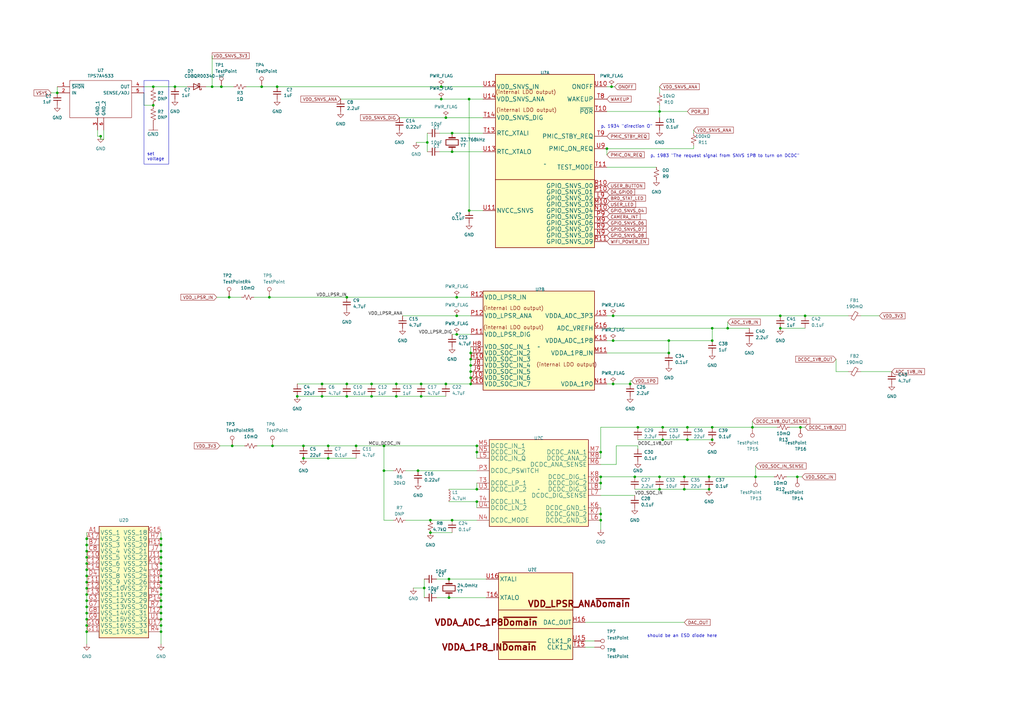
<source format=kicad_sch>
(kicad_sch (version 20230121) (generator eeschema)
  (paper "A3")
  (junction (at 142.24 162.56))
  (junction (at 280.67 200.66))
  (junction (at 192.405 40.64))
  (junction (at 261.62 175.26))
  (junction (at 35.56 220.98))
  (junction (at 246.38 198.12))
  (junction (at 246.38 210.82))
  (junction (at 66.04 243.84))
  (junction (at 320.04 129.54))
  (junction (at 193.04 154.94))
  (junction (at 157.48 182.88))
  (junction (at 182.88 48.26))
  (junction (at 66.04 259.08))
  (junction (at 184.15 237.49))
  (junction (at 195.58 182.88))
  (junction (at 248.92 60.96))
  (junction (at 71.755 35.56))
  (junction (at 308.61 175.26))
  (junction (at 246.38 195.58))
  (junction (at 142.24 121.92))
  (junction (at 23.495 38.1))
  (junction (at 35.56 226.06))
  (junction (at 292.1 180.34))
  (junction (at 124.46 182.88))
  (junction (at 124.46 187.96))
  (junction (at 185.42 213.36))
  (junction (at 35.56 233.68))
  (junction (at 246.38 185.42))
  (junction (at 110.49 121.92))
  (junction (at 152.4 157.48))
  (junction (at 35.56 259.08))
  (junction (at 187.325 129.54))
  (junction (at 274.32 144.78))
  (junction (at 251.46 139.7))
  (junction (at 176.53 218.44))
  (junction (at 258.445 157.48))
  (junction (at 134.62 187.96))
  (junction (at 195.58 200.66))
  (junction (at 292.1 139.7))
  (junction (at 185.42 54.61))
  (junction (at 132.08 162.56))
  (junction (at 35.56 243.84))
  (junction (at 246.38 213.36))
  (junction (at 86.995 35.56))
  (junction (at 193.04 147.32))
  (junction (at 327.025 195.58))
  (junction (at 41.275 55.88))
  (junction (at 187.325 121.92))
  (junction (at 35.56 254))
  (junction (at 251.46 157.48))
  (junction (at 66.04 238.76))
  (junction (at 192.405 86.36))
  (junction (at 271.78 175.26))
  (junction (at 187.325 137.16))
  (junction (at 142.24 157.48))
  (junction (at 66.04 231.14))
  (junction (at 66.04 226.06))
  (junction (at 251.46 129.54))
  (junction (at 271.78 180.34))
  (junction (at 260.35 195.58))
  (junction (at 62.865 43.18))
  (junction (at 132.08 157.48))
  (junction (at 292.1 175.26))
  (junction (at 66.04 254))
  (junction (at 184.15 245.11))
  (junction (at 95.25 182.88))
  (junction (at 320.04 134.62))
  (junction (at 180.975 40.64))
  (junction (at 157.48 193.04))
  (junction (at 90.805 35.56))
  (junction (at 146.05 182.88))
  (junction (at 274.32 139.7))
  (junction (at 328.295 175.26))
  (junction (at 172.72 162.56))
  (junction (at 173.99 241.173))
  (junction (at 35.56 228.6))
  (junction (at 330.2 129.54))
  (junction (at 121.92 162.56))
  (junction (at 298.45 134.62))
  (junction (at 152.4 162.56))
  (junction (at 35.56 236.22))
  (junction (at 93.98 121.92))
  (junction (at 309.88 195.58))
  (junction (at 66.04 228.6))
  (junction (at 66.04 241.3))
  (junction (at 290.83 200.66))
  (junction (at 35.56 251.46))
  (junction (at 62.865 35.56))
  (junction (at 185.42 62.23))
  (junction (at 66.04 248.92))
  (junction (at 281.94 175.26))
  (junction (at 280.67 195.58))
  (junction (at 35.56 241.3))
  (junction (at 66.04 251.46))
  (junction (at 66.04 236.22))
  (junction (at 250.825 35.56))
  (junction (at 113.665 35.56))
  (junction (at 290.83 195.58))
  (junction (at 193.04 152.4))
  (junction (at 134.62 182.88))
  (junction (at 35.56 223.52))
  (junction (at 270.51 195.58))
  (junction (at 172.72 157.48))
  (junction (at 66.04 220.98))
  (junction (at 35.56 246.38))
  (junction (at 171.45 193.04))
  (junction (at 193.04 157.48))
  (junction (at 35.56 248.92))
  (junction (at 193.04 149.86))
  (junction (at 35.56 231.14))
  (junction (at 292.1 134.62))
  (junction (at 66.04 256.54))
  (junction (at 35.56 238.76))
  (junction (at 175.26 58.42))
  (junction (at 66.04 246.38))
  (junction (at 162.56 162.56))
  (junction (at 176.53 213.36))
  (junction (at 270.51 200.66))
  (junction (at 281.94 180.34))
  (junction (at 66.04 223.52))
  (junction (at 35.56 256.54))
  (junction (at 195.58 205.74))
  (junction (at 193.04 144.78))
  (junction (at 66.04 233.68))
  (junction (at 162.56 157.48))
  (junction (at 107.315 35.56))
  (junction (at 180.975 35.56))
  (junction (at 111.76 182.88))
  (junction (at 182.88 157.48))
  (junction (at 195.58 185.42))
  (junction (at 270.51 45.72))
  (wire (pts (xy 184.15 205.74) (xy 195.58 205.74)))
  (wire (pts (xy 248.92 68.58) (xy 269.24 68.58)))
  (wire (pts (xy 66.04 251.46) (xy 66.04 254)))
  (wire (pts (xy 195.58 182.88) (xy 195.58 185.42)))
  (wire (pts (xy 35.56 236.22) (xy 35.56 238.76)))
  (wire (pts (xy 284.48 60.96) (xy 284.48 59.69)))
  (wire (pts (xy 193.04 144.78) (xy 193.04 147.32)))
  (wire (pts (xy 185.42 54.61) (xy 198.12 54.61)))
  (wire (pts (xy 274.32 139.7) (xy 292.1 139.7)))
  (wire (pts (xy 142.24 121.92) (xy 187.325 121.92)))
  (wire (pts (xy 35.56 238.76) (xy 35.56 241.3)))
  (wire (pts (xy 113.665 35.56) (xy 180.975 35.56)))
  (wire (pts (xy 66.04 231.14) (xy 66.04 233.68)))
  (wire (pts (xy 342.9 147.32) (xy 342.9 152.4)))
  (wire (pts (xy 250.825 35.56) (xy 248.92 35.56)))
  (wire (pts (xy 327.025 195.58) (xy 328.93 195.58)))
  (wire (pts (xy 187.325 121.92) (xy 193.04 121.92)))
  (wire (pts (xy 320.04 134.62) (xy 330.2 134.62)))
  (wire (pts (xy 23.495 38.1) (xy 20.955 38.1)))
  (wire (pts (xy 66.04 218.44) (xy 66.04 220.98)))
  (wire (pts (xy 172.72 162.56) (xy 182.88 162.56)))
  (wire (pts (xy 330.2 129.54) (xy 347.98 129.54)))
  (wire (pts (xy 246.38 198.12) (xy 246.38 200.66)))
  (wire (pts (xy 170.688 58.42) (xy 175.26 58.42)))
  (wire (pts (xy 121.92 157.48) (xy 132.08 157.48)))
  (wire (pts (xy 284.48 53.34) (xy 284.48 54.61)))
  (wire (pts (xy 184.15 200.66) (xy 195.58 200.66)))
  (wire (pts (xy 195.58 198.12) (xy 195.58 200.66)))
  (wire (pts (xy 62.865 35.56) (xy 71.755 35.56)))
  (wire (pts (xy 271.78 180.34) (xy 281.94 180.34)))
  (wire (pts (xy 270.51 43.18) (xy 270.51 45.72)))
  (wire (pts (xy 171.45 193.04) (xy 195.58 193.04)))
  (wire (pts (xy 35.56 220.98) (xy 35.56 223.52)))
  (wire (pts (xy 309.88 195.58) (xy 317.5 195.58)))
  (wire (pts (xy 198.12 86.36) (xy 192.405 86.36)))
  (wire (pts (xy 248.92 129.54) (xy 251.46 129.54)))
  (wire (pts (xy 175.26 58.42) (xy 175.26 54.61)))
  (wire (pts (xy 292.1 134.62) (xy 292.1 139.7)))
  (wire (pts (xy 290.83 195.58) (xy 309.88 195.58)))
  (wire (pts (xy 248.92 63.5) (xy 248.92 60.96)))
  (wire (pts (xy 165.1 129.54) (xy 187.325 129.54)))
  (wire (pts (xy 35.56 218.44) (xy 35.56 220.98)))
  (wire (pts (xy 252.095 35.56) (xy 250.825 35.56)))
  (wire (pts (xy 90.17 182.88) (xy 95.25 182.88)))
  (wire (pts (xy 124.46 182.88) (xy 134.62 182.88)))
  (wire (pts (xy 66.04 246.38) (xy 66.04 248.92)))
  (wire (pts (xy 330.2 175.26) (xy 328.295 175.26)))
  (wire (pts (xy 193.04 152.4) (xy 193.04 154.94)))
  (wire (pts (xy 121.92 162.56) (xy 132.08 162.56)))
  (wire (pts (xy 192.405 86.36) (xy 192.405 40.64)))
  (wire (pts (xy 180.34 62.23) (xy 185.42 62.23)))
  (wire (pts (xy 251.46 157.48) (xy 258.445 157.48)))
  (wire (pts (xy 104.14 121.92) (xy 110.49 121.92)))
  (wire (pts (xy 185.42 137.16) (xy 187.325 137.16)))
  (wire (pts (xy 258.445 157.48) (xy 258.445 156.21)))
  (wire (pts (xy 240.03 265.43) (xy 243.84 265.43)))
  (wire (pts (xy 86.995 35.56) (xy 90.805 35.56)))
  (wire (pts (xy 182.88 48.26) (xy 198.12 48.26)))
  (wire (pts (xy 66.04 223.52) (xy 66.04 226.06)))
  (wire (pts (xy 248.92 144.78) (xy 274.32 144.78)))
  (wire (pts (xy 246.38 203.2) (xy 260.35 203.2)))
  (wire (pts (xy 142.24 157.48) (xy 152.4 157.48)))
  (wire (pts (xy 66.04 238.76) (xy 66.04 241.3)))
  (wire (pts (xy 180.975 40.64) (xy 192.405 40.64)))
  (wire (pts (xy 42.545 53.34) (xy 42.545 57.15)))
  (wire (pts (xy 328.295 175.26) (xy 323.85 175.26)))
  (wire (pts (xy 95.25 182.88) (xy 100.33 182.88)))
  (wire (pts (xy 248.92 139.7) (xy 251.46 139.7)))
  (wire (pts (xy 162.56 157.48) (xy 172.72 157.48)))
  (wire (pts (xy 35.56 223.52) (xy 35.56 226.06)))
  (wire (pts (xy 193.04 147.32) (xy 193.04 149.86)))
  (wire (pts (xy 251.46 139.7) (xy 274.32 139.7)))
  (wire (pts (xy 308.61 172.72) (xy 308.61 175.26)))
  (wire (pts (xy 252.73 182.88) (xy 252.73 190.5)))
  (wire (pts (xy 270.51 45.72) (xy 281.94 45.72)))
  (wire (pts (xy 185.42 62.23) (xy 198.12 62.23)))
  (wire (pts (xy 84.455 35.56) (xy 86.995 35.56)))
  (wire (pts (xy 166.37 213.36) (xy 176.53 213.36)))
  (wire (pts (xy 322.58 195.58) (xy 327.025 195.58)))
  (wire (pts (xy 184.15 245.11) (xy 199.39 245.11)))
  (wire (pts (xy 199.39 237.49) (xy 184.15 237.49)))
  (wire (pts (xy 59.055 35.56) (xy 62.865 35.56)))
  (wire (pts (xy 100.965 35.56) (xy 107.315 35.56)))
  (wire (pts (xy 308.61 175.26) (xy 318.77 175.26)))
  (wire (pts (xy 35.56 251.46) (xy 35.56 254)))
  (wire (pts (xy 270.51 35.56) (xy 270.51 38.1)))
  (wire (pts (xy 320.04 129.54) (xy 330.2 129.54)))
  (wire (pts (xy 40.005 53.34) (xy 40.005 55.88)))
  (wire (pts (xy 134.62 187.96) (xy 146.05 187.96)))
  (wire (pts (xy 280.67 255.27) (xy 240.03 255.27)))
  (wire (pts (xy 66.04 220.98) (xy 66.04 223.52)))
  (wire (pts (xy 35.56 259.08) (xy 35.56 264.16)))
  (wire (pts (xy 161.29 193.04) (xy 157.48 193.04)))
  (wire (pts (xy 309.88 191.135) (xy 309.88 195.58)))
  (wire (pts (xy 23.495 35.56) (xy 23.495 38.1)))
  (wire (pts (xy 42.545 57.15) (xy 41.275 57.15)))
  (wire (pts (xy 66.04 254) (xy 66.04 256.54)))
  (wire (pts (xy 172.72 157.48) (xy 182.88 157.48)))
  (wire (pts (xy 66.04 259.08) (xy 66.04 264.16)))
  (wire (pts (xy 35.56 248.92) (xy 35.56 251.46)))
  (wire (pts (xy 71.755 35.56) (xy 76.835 35.56)))
  (wire (pts (xy 176.53 213.36) (xy 185.42 213.36)))
  (wire (pts (xy 176.53 218.44) (xy 185.42 218.44)))
  (wire (pts (xy 246.38 213.36) (xy 246.38 217.17)))
  (wire (pts (xy 298.45 134.62) (xy 307.34 134.62)))
  (wire (pts (xy 280.67 200.66) (xy 290.83 200.66)))
  (wire (pts (xy 142.24 162.56) (xy 152.4 162.56)))
  (wire (pts (xy 35.56 233.68) (xy 35.56 236.22)))
  (wire (pts (xy 66.04 243.84) (xy 66.04 246.38)))
  (wire (pts (xy 157.48 182.88) (xy 195.58 182.88)))
  (wire (pts (xy 180.34 54.61) (xy 185.42 54.61)))
  (wire (pts (xy 280.67 195.58) (xy 290.83 195.58)))
  (wire (pts (xy 246.38 185.42) (xy 246.38 187.96)))
  (wire (pts (xy 193.04 154.94) (xy 193.04 157.48)))
  (wire (pts (xy 86.995 22.86) (xy 86.995 35.56)))
  (wire (pts (xy 185.42 213.36) (xy 195.58 213.36)))
  (wire (pts (xy 173.99 241.173) (xy 169.545 241.173)))
  (wire (pts (xy 162.56 162.56) (xy 172.72 162.56)))
  (wire (pts (xy 110.49 121.92) (xy 142.24 121.92)))
  (wire (pts (xy 246.38 175.26) (xy 261.62 175.26)))
  (wire (pts (xy 246.38 195.58) (xy 246.38 198.12)))
  (wire (pts (xy 281.94 175.26) (xy 292.1 175.26)))
  (wire (pts (xy 240.03 262.89) (xy 243.84 262.89)))
  (wire (pts (xy 35.56 226.06) (xy 35.56 228.6)))
  (wire (pts (xy 88.9 121.92) (xy 93.98 121.92)))
  (wire (pts (xy 342.9 152.4) (xy 347.98 152.4)))
  (wire (pts (xy 246.38 210.82) (xy 246.38 213.36)))
  (wire (pts (xy 139.7 40.64) (xy 180.975 40.64)))
  (wire (pts (xy 193.04 149.86) (xy 193.04 152.4)))
  (wire (pts (xy 187.325 137.16) (xy 193.04 137.16)))
  (wire (pts (xy 260.35 200.66) (xy 270.51 200.66)))
  (wire (pts (xy 246.38 208.28) (xy 246.38 210.82)))
  (wire (pts (xy 195.58 185.42) (xy 195.58 187.96)))
  (wire (pts (xy 113.665 35.56) (xy 107.315 35.56)))
  (wire (pts (xy 66.04 236.22) (xy 66.04 238.76)))
  (wire (pts (xy 35.56 254) (xy 35.56 256.54)))
  (wire (pts (xy 35.56 228.6) (xy 35.56 231.14)))
  (wire (pts (xy 182.88 157.48) (xy 193.04 157.48)))
  (wire (pts (xy 66.04 226.06) (xy 66.04 228.6)))
  (wire (pts (xy 193.04 142.24) (xy 193.04 144.78)))
  (wire (pts (xy 35.56 241.3) (xy 35.56 243.84)))
  (wire (pts (xy 134.62 182.88) (xy 146.05 182.88)))
  (wire (pts (xy 175.26 62.23) (xy 175.26 58.42)))
  (wire (pts (xy 271.78 175.26) (xy 281.94 175.26)))
  (wire (pts (xy 66.04 248.92) (xy 66.04 251.46)))
  (wire (pts (xy 66.04 241.3) (xy 66.04 243.84)))
  (wire (pts (xy 105.41 182.88) (xy 111.76 182.88)))
  (wire (pts (xy 157.48 182.88) (xy 157.48 193.04)))
  (wire (pts (xy 248.92 45.72) (xy 270.51 45.72)))
  (wire (pts (xy 261.62 182.88) (xy 261.62 184.15)))
  (wire (pts (xy 179.07 245.11) (xy 184.15 245.11)))
  (wire (pts (xy 292.1 134.62) (xy 298.45 134.62)))
  (wire (pts (xy 35.56 256.54) (xy 35.56 259.08)))
  (wire (pts (xy 270.51 200.66) (xy 280.67 200.66)))
  (wire (pts (xy 261.62 180.34) (xy 271.78 180.34)))
  (wire (pts (xy 163.83 48.26) (xy 182.88 48.26)))
  (wire (pts (xy 270.51 195.58) (xy 280.67 195.58)))
  (wire (pts (xy 66.04 233.68) (xy 66.04 236.22)))
  (wire (pts (xy 261.62 175.26) (xy 271.78 175.26)))
  (wire (pts (xy 132.08 157.48) (xy 142.24 157.48)))
  (wire (pts (xy 298.45 132.08) (xy 298.45 134.62)))
  (wire (pts (xy 35.56 246.38) (xy 35.56 248.92)))
  (wire (pts (xy 161.29 213.36) (xy 157.48 213.36)))
  (wire (pts (xy 274.32 139.7) (xy 274.32 144.78)))
  (wire (pts (xy 41.275 57.15) (xy 41.275 55.88)))
  (wire (pts (xy 40.005 55.88) (xy 41.275 55.88)))
  (wire (pts (xy 66.04 228.6) (xy 66.04 231.14)))
  (wire (pts (xy 246.38 175.26) (xy 246.38 185.42)))
  (wire (pts (xy 259.08 156.21) (xy 258.445 156.21)))
  (wire (pts (xy 146.05 182.88) (xy 157.48 182.88)))
  (wire (pts (xy 192.405 40.64) (xy 198.12 40.64)))
  (wire (pts (xy 173.99 237.49) (xy 173.99 241.173)))
  (wire (pts (xy 124.46 187.96) (xy 134.62 187.96)))
  (wire (pts (xy 111.76 182.88) (xy 124.46 182.88)))
  (wire (pts (xy 353.06 129.54) (xy 360.68 129.54)))
  (wire (pts (xy 179.07 237.49) (xy 184.15 237.49)))
  (wire (pts (xy 246.38 195.58) (xy 260.35 195.58)))
  (wire (pts (xy 35.56 243.84) (xy 35.56 246.38)))
  (wire (pts (xy 35.56 231.14) (xy 35.56 233.68)))
  (wire (pts (xy 59.055 38.1) (xy 59.055 43.18)))
  (wire (pts (xy 248.92 157.48) (xy 251.46 157.48)))
  (wire (pts (xy 152.4 157.48) (xy 162.56 157.48)))
  (wire (pts (xy 93.98 121.92) (xy 99.06 121.92)))
  (wire (pts (xy 187.325 129.54) (xy 193.04 129.54)))
  (wire (pts (xy 180.975 35.56) (xy 198.12 35.56)))
  (wire (pts (xy 195.58 205.74) (xy 195.58 208.28)))
  (wire (pts (xy 248.92 60.96) (xy 284.48 60.96)))
  (wire (pts (xy 292.1 175.26) (xy 308.61 175.26)))
  (wire (pts (xy 260.35 195.58) (xy 270.51 195.58)))
  (wire (pts (xy 251.46 129.54) (xy 320.04 129.54)))
  (wire (pts (xy 132.08 162.56) (xy 142.24 162.56)))
  (wire (pts (xy 281.94 180.34) (xy 292.1 180.34)))
  (wire (pts (xy 90.805 35.56) (xy 95.885 35.56)))
  (wire (pts (xy 66.04 256.54) (xy 66.04 259.08)))
  (wire (pts (xy 173.99 245.11) (xy 173.99 241.173)))
  (wire (pts (xy 59.055 43.18) (xy 62.865 43.18)))
  (wire (pts (xy 246.38 190.5) (xy 252.73 190.5)))
  (wire (pts (xy 248.92 134.62) (xy 292.1 134.62)))
  (wire (pts (xy 171.45 193.04) (xy 166.37 193.04)))
  (wire (pts (xy 353.06 152.4) (xy 365.76 152.4)))
  (wire (pts (xy 252.73 182.88) (xy 261.62 182.88)))
  (wire (pts (xy 270.51 48.26) (xy 270.51 45.72)))
  (wire (pts (xy 152.4 162.56) (xy 162.56 162.56)))
  (wire (pts (xy 157.48 213.36) (xy 157.48 193.04)))
  (rectangle (start 59.055 33.02) (end 69.215 67.31))
  (text "should be an ESD diode here\n" (at 265.43 261.62 0) (effects (font (size 1.27 1.27)) (justify left bottom)))
  (text "p. 1983 \"The request signal from SNVS 1P8 to turn on DCDC\"" (at 266.7 64.77 0) (effects (font (size 1.27 1.27)) (justify left bottom)))
  (text "set\nvoltage\n" (at 60.325 66.04 0) (effects (font (size 1.27 1.27)) (justify left bottom)))
  (text "p. 1934 \"direction O\"\n" (at 246.38 52.705 0) (effects (font (size 1.27 1.27)) (justify left bottom)))
  (label "VDD_LPSR_IN" (at 142.24 121.92 180))
  (label "VDD_LPSR_DIG" (at 185.42 137.16 180))
  (label "DCDC_1V8_OUT" (at 261.62 182.88 0))
  (label "VDD_LPSR_ANA" (at 165.1 129.54 180))
  (label "MCU_DCDC_IN" (at 151.13 182.88 0))
  (label "VDD_SOC_IN" (at 260.35 203.2 0))
  (global_label "DCDC_1V8_OUT" (shape input) (at 330.2 175.26 0) (property "Intersheetrefs" "${INTERSHEET_REFS}" (effects hide)))
  (global_label "ADC_1V8_IN" (shape input) (at 298.45 132.08 0) (property "Intersheetrefs" "${INTERSHEET_REFS}" (effects hide)))
  (global_label "DAC_OUT" (shape input) (at 280.67 255.27 0) (property "Intersheetrefs" "${INTERSHEET_REFS}" (effects hide)))
  (global_label "VDD_SNVS_DIG" (shape input) (at 163.83 48.26 180) (property "Intersheetrefs" "${INTERSHEET_REFS}" (effects hide)))
  (global_label "VDD_LPSR_IN" (shape input) (at 88.9 121.92 180) (property "Intersheetrefs" "${INTERSHEET_REFS}" (effects hide)))
  (global_label "GPIO_SNVS_04" (shape input) (at 248.92 86.36 0) (property "Intersheetrefs" "${INTERSHEET_REFS}" (effects hide)))
  (global_label "ONOFF" (shape input) (at 252.095 35.56 0) (property "Intersheetrefs" "${INTERSHEET_REFS}" (effects hide)))
  (global_label "VDD_SNVS_ANA" (shape input) (at 270.51 35.56 0) (property "Intersheetrefs" "${INTERSHEET_REFS}" (effects hide)))
  (global_label "PMIC_ON_REQ" (shape input) (at 248.92 63.5 0) (property "Intersheetrefs" "${INTERSHEET_REFS}" (effects hide)))
  (global_label "DCDC_1V8_OUT" (shape input) (at 342.9 147.32 180) (property "Intersheetrefs" "${INTERSHEET_REFS}" (effects hide)))
  (global_label "USER_BUTTON" (shape input) (at 248.92 76.2 0) (property "Intersheetrefs" "${INTERSHEET_REFS}" (effects hide)))
  (global_label "CAMERA_INT" (shape input) (at 248.92 88.9 0) (property "Intersheetrefs" "${INTERSHEET_REFS}" (effects hide)))
  (global_label "GPIO_SNVS_07" (shape input) (at 248.92 93.98 0) (property "Intersheetrefs" "${INTERSHEET_REFS}" (effects hide)))
  (global_label "ADC_1V8_IN" (shape input) (at 365.76 152.4 0) (property "Intersheetrefs" "${INTERSHEET_REFS}" (effects hide)))
  (global_label "VDD_SOC_IN_SENSE" (shape input) (at 309.88 191.135 0) (property "Intersheetrefs" "${INTERSHEET_REFS}" (effects hide)))
  (global_label "DA_GPIO0" (shape input) (at 248.92 78.74 0) (property "Intersheetrefs" "${INTERSHEET_REFS}" (effects hide)))
  (global_label "VSYS" (shape input) (at 20.955 38.1 180) (property "Intersheetrefs" "${INTERSHEET_REFS}" (effects hide)))
  (global_label "VDD_SOC_IN" (shape input) (at 328.93 195.58 0) (property "Intersheetrefs" "${INTERSHEET_REFS}" (effects hide)))
  (global_label "DCDC_1V8_OUT_SENSE" (shape input) (at 308.61 172.72 0) (property "Intersheetrefs" "${INTERSHEET_REFS}" (effects hide)))
  (global_label "VDD_SNVS_3V3" (shape passive) (at 86.995 22.86 0) (property "Intersheetrefs" "${INTERSHEET_REFS}" (effects hide)))
  (global_label "GPIO_SNVS_06" (shape input) (at 248.92 91.44 0) (property "Intersheetrefs" "${INTERSHEET_REFS}" (effects hide)))
  (global_label "WIFI_POWER_EN" (shape input) (at 248.92 99.06 0) (property "Intersheetrefs" "${INTERSHEET_REFS}" (effects hide)))
  (global_label "VDD_3V3" (shape input) (at 360.68 129.54 0) (property "Intersheetrefs" "${INTERSHEET_REFS}" (effects hide)))
  (global_label "GPIO_SNVS_08" (shape input) (at 248.92 96.52 0) (property "Intersheetrefs" "${INTERSHEET_REFS}" (effects hide)))
  (global_label "VDD_3V3" (shape input) (at 90.17 182.88 180) (property "Intersheetrefs" "${INTERSHEET_REFS}" (effects hide)))
  (global_label "BRD_STAT_LED" (shape input) (at 248.92 81.28 0) (property "Intersheetrefs" "${INTERSHEET_REFS}" (effects hide)))
  (global_label "VDD_1P0" (shape input) (at 259.08 156.21 0) (property "Intersheetrefs" "${INTERSHEET_REFS}" (effects hide)))
  (global_label "WAKEUP" (shape input) (at 248.92 40.64 0) (property "Intersheetrefs" "${INTERSHEET_REFS}" (effects hide)))
  (global_label "VDD_SNVS_ANA" (shape input) (at 139.7 40.64 180) (property "Intersheetrefs" "${INTERSHEET_REFS}" (effects hide)))
  (global_label "PMIC_STBY_REQ" (shape input) (at 248.92 55.88 0) (property "Intersheetrefs" "${INTERSHEET_REFS}" (effects hide)))
  (global_label "POR_B" (shape input) (at 281.94 45.72 0) (property "Intersheetrefs" "${INTERSHEET_REFS}" (effects hide)))
  (global_label "VDD_SNVS_ANA" (shape input) (at 284.48 53.34 0) (property "Intersheetrefs" "${INTERSHEET_REFS}" (effects hide)))
  (global_label "USER_LED" (shape input) (at 248.92 83.82 0) (property "Intersheetrefs" "${INTERSHEET_REFS}" (effects hide)))
  (symbol (lib_id "power:GND") (at 35.56 264.16 0) (unit 1)
    (property "Reference" "#PWR02" (effects hide))
    (property "Value" "GND" (at 35.56 269.24 0))
  )
  (symbol (lib_id "power:PWR_FLAG") (at 180.975 35.56 0) (unit 1)
    (property "Reference" "#FLG?" (effects hide))
    (property "Value" "PWR_FLAG" (at 180.975 31.115 0))
    (instances (project "cpu_board" (path "" (reference "#FLG?") (unit 1)) (path "" (reference "#FLG01") (unit 1))))
  )
  (symbol (lib_name "GND_1") (lib_id "power:GND") (at 169.545 241.173 0) (mirror y) (unit 1)
    (property "Reference" "#PWR?" (effects hide))
    (property "Value" "GND" (at 169.545 245.491 0))
    (instances (project "adcs-hardware" (path "" (reference "#PWR?") (unit 1))) (project "cpu_board" (path "" (reference "#PWR013") (unit 1))) (project "rt1062" (path "" (reference "#PWR?") (unit 1))))
  )
  (symbol (lib_id "mainboard:TPS7A4501DCQT") (at 23.495 35.56 0) (unit 1)
    (property "Reference" "U?" (at 41.275 28.829 0))
    (property "Value" "TPS7A4533" (at 41.275 31.1404 0))
    (property "Footprint" "mainboard:TPS7A4501DCQT" (effects hide))
    (property "Datasheet" "https://www.ti.com/lit/gpn/tps7a45" (effects hide))
    (property "Description" "Adjustable LDO" (effects hide))
    (property "Flight" "TPS7A4501DCQT" (effects hide))
    (property "Manufacturer_Name" "Texas Instruments" (effects hide))
    (property "Manufacturer_Part_Number" "TPS7A4501DCQT" (effects hide))
    (property "Proto" "TPS7A4501DCQT" (effects hide))
    (instances (project "Power" (path "" (reference "U?") (unit 1))) (project "cpu_board" (path "" (reference "U1") (unit 1))))
  )
  (symbol (lib_id "power:GND") (at 307.34 139.7 0) (unit 1)
    (property "Reference" "#PWR029" (effects hide))
    (property "Value" "GND" (at 307.34 144.78 0))
  )
  (symbol (lib_id "Connector:TestPoint") (at 107.315 35.56 0) (unit 1)
    (property "Reference" "TP4" (at 104.775 26.67 0) (effects (justify left)))
    (property "Value" "TestPoint" (at 104.775 29.21 0) (effects (justify left)))
    (property "Footprint" "TestPoint:TestPoint_Pad_1.5x1.5mm" (effects hide))
  )
  (symbol (lib_id "Connector:TestPoint") (at 93.98 121.92 0) (unit 1)
    (property "Reference" "TP2" (at 91.44 113.03 0) (effects (justify left)))
    (property "Value" "TestPoint" (at 91.44 115.57 0) (effects (justify left)))
    (property "Footprint" "TestPoint:TestPoint_Pad_1.5x1.5mm" (effects hide))
  )
  (symbol (lib_id "Device:R_Small_US") (at 321.31 175.26 90) (unit 1)
    (property "Reference" "R13" (at 321.31 180.34 90))
    (property "Value" "10mΩ" (at 321.31 177.8 90))
    (property "Footprint" "Resistor_SMD:R_0402_1005Metric_Pad0.72x0.64mm_HandSolder" (effects hide))
  )
  (symbol (lib_id "power:GND") (at 320.04 134.62 0) (unit 1)
    (property "Reference" "#PWR030" (effects hide))
    (property "Value" "GND" (at 320.04 139.7 0))
  )
  (symbol (lib_id "adcs:MIMXRT1176") (at 223.52 66.04 0) (unit 1)
    (property "Reference" "U?" (at 223.52 29.845 0))
    (property "Value" "~" (at 223.52 67.31 0))
    (property "Footprint" "adcs:BGA289C80P17X17_1400X14000X152" (effects hide))
    (instances (project "cpu_board" (path "" (reference "U?") (unit 1)) (path "" (reference "U2") (unit 1))))
  )
  (symbol (lib_id "adcs:MIMXRT1176") (at 220.98 140.97 0) (unit 2)
    (property "Reference" "U?" (at 221.4855 118.745 0))
    (property "Value" "~" (at 220.98 142.24 0))
    (property "Footprint" "adcs:BGA289C80P17X17_1400X14000X152" (effects hide))
    (instances (project "cpu_board" (path "" (reference "U?") (unit 2)) (path "" (reference "U2") (unit 2))))
  )
  (symbol (lib_id "power:GND") (at 269.24 73.66 0) (unit 1)
    (property "Reference" "#PWR023" (effects hide))
    (property "Value" "GND" (at 269.24 78.74 0))
  )
  (symbol (lib_id "Device:C_Small") (at 185.42 215.9 0) (unit 1)
    (property "Reference" "C24" (at 187.96 214.6363 0) (effects (justify left)))
    (property "Value" "0.1uF" (at 187.96 217.1763 0) (effects (justify left)))
    (property "Footprint" "Capacitor_SMD:C_0402_1005Metric_Pad0.74x0.62mm_HandSolder" (effects hide))
  )
  (symbol (lib_id "Device:C_Small") (at 260.35 198.12 0) (unit 1)
    (property "Reference" "C27" (at 262.89 196.8563 0) (effects (justify left)))
    (property "Value" "2.2uF" (at 262.89 199.3963 0) (effects (justify left)))
    (property "Footprint" "Capacitor_SMD:C_0402_1005Metric_Pad0.74x0.62mm_HandSolder" (effects hide))
  )
  (symbol (lib_id "Device:C_Small") (at 142.24 124.46 0) (unit 1)
    (property "Reference" "C9" (at 144.78 123.1963 0) (effects (justify left)))
    (property "Value" "4.7uF" (at 144.78 125.7363 0) (effects (justify left)))
    (property "Footprint" "Capacitor_SMD:C_0402_1005Metric_Pad0.74x0.62mm_HandSolder" (effects hide))
  )
  (symbol (lib_id "Device:Crystal") (at 185.42 58.42 270) (mirror x) (unit 1)
    (property "Reference" "Y?" (at 188.7474 59.5884 90) (effects (justify left)))
    (property "Value" "32.768kHz" (at 188.7474 57.277 90) (effects (justify left)))
    (property "Footprint" "Crystal:Crystal_SMD_3215-2Pin_3.2x1.5mm" (effects hide))
    (property "Datasheet" "https://abracon.com/Resonators/ABS07.pdf" (effects hide))
    (property "Description" "32.768kHz Crystal Oscillator" (effects hide))
    (property "Flight" "ABS07-32.768KHZ-T" (effects hide))
    (property "Manufacturer_Name" "Abracon LLC" (effects hide))
    (instances (project "adcs-hardware" (path "" (reference "Y?") (unit 1))) (project "cpu_board" (path "" (reference "Y2") (unit 1))) (project "rt1062" (path "" (reference "Y?") (unit 1))) (project "mainboard" (path "" (reference "Y?") (unit 1))))
  )
  (symbol (lib_id "Device:C_Small") (at 134.62 185.42 0) (unit 1)
    (property "Reference" "C7" (at 137.16 184.1563 0) (effects (justify left)))
    (property "Value" "0.1uF" (at 137.16 186.6963 0) (effects (justify left)))
    (property "Footprint" "Capacitor_SMD:C_0402_1005Metric_Pad0.74x0.62mm_HandSolder" (effects hide))
  )
  (symbol (lib_id "Device:R_Small_US") (at 284.48 57.15 180) (unit 1)
    (property "Reference" "R11" (at 288.29 58.42 0))
    (property "Value" "100kΩ" (at 288.29 55.88 0))
    (property "Footprint" "Resistor_SMD:R_0402_1005Metric_Pad0.72x0.64mm_HandSolder" (effects hide))
  )
  (symbol (lib_id "mainboard:GND") (at 62.865 53.34 0) (unit 1)
    (property "Reference" "#GND?" (effects hide))
    (property "Value" "GND" (at 60.325 55.88 0) (effects (font (size 1.4986 1.4986)) (justify left bottom)))
    (instances (project "Power" (path "" (reference "#GND?") (unit 1))) (project "cpu_board" (path "" (reference "#GND01") (unit 1))))
  )
  (symbol (lib_id "power:GND") (at 113.665 40.64 0) (unit 1)
    (property "Reference" "#PWR06" (effects hide))
    (property "Value" "GND" (at 113.665 45.72 0))
  )
  (symbol (lib_id "power:GND") (at 258.445 162.56 0) (unit 1)
    (property "Reference" "#PWR020" (effects hide))
    (property "Value" "GND" (at 258.445 167.64 0))
  )
  (symbol (lib_id "Device:R_Small_US") (at 269.24 71.12 180) (unit 1)
    (property "Reference" "R9" (at 273.05 72.39 0))
    (property "Value" "0Ω" (at 273.05 69.85 0))
    (property "Footprint" "Resistor_SMD:R_0402_1005Metric_Pad0.72x0.64mm_HandSolder" (effects hide))
  )
  (symbol (lib_id "power:GND") (at 71.755 40.64 0) (unit 1)
    (property "Reference" "#PWR05" (effects hide))
    (property "Value" "GND" (at 71.755 45.72 0))
  )
  (symbol (lib_id "Device:R_Small_US") (at 163.83 213.36 270) (unit 1)
    (property "Reference" "R7" (at 163.83 208.28 90))
    (property "Value" "DNP" (at 163.83 210.82 90))
    (property "Footprint" "Resistor_SMD:R_0402_1005Metric_Pad0.72x0.64mm_HandSolder" (effects hide))
  )
  (symbol (lib_id "Device:R_US") (at 62.865 46.99 0) (mirror y) (unit 1)
    (property "Reference" "R?" (at 64.5922 45.8216 0) (effects (justify right)))
    (property "Value" "DNP" (at 64.5922 48.133 0) (effects (justify right)))
    (property "Footprint" "Resistor_SMD:R_0402_1005Metric_Pad0.72x0.64mm_HandSolder" (effects hide))
    (instances (project "Power" (path "" (reference "R?") (unit 1))) (project "cpu_board" (path "" (reference "R2") (unit 1))))
  )
  (symbol (lib_id "power:GND") (at 165.1 134.62 0) (unit 1)
    (property "Reference" "#PWR012" (effects hide))
    (property "Value" "GND" (at 165.1 139.7 0))
  )
  (symbol (lib_id "power:PWR_FLAG") (at 187.325 129.54 0) (unit 1)
    (property "Reference" "#FLG?" (effects hide))
    (property "Value" "PWR_FLAG" (at 187.325 125.095 0))
    (instances (project "cpu_board" (path "" (reference "#FLG?") (unit 1)) (path "" (reference "#FLG05") (unit 1))))
  )
  (symbol (lib_id "Device:C_Small") (at 320.04 132.08 0) (unit 1)
    (property "Reference" "C41" (at 322.58 130.8163 0) (effects (justify left)))
    (property "Value" "1uF" (at 322.58 133.3563 0) (effects (justify left)))
    (property "Footprint" "Capacitor_SMD:C_0402_1005Metric_Pad0.74x0.62mm_HandSolder" (effects hide))
  )
  (symbol (lib_id "mainboard:C_Small") (at 176.53 245.11 270) (unit 1)
    (property "Reference" "C?" (at 177.7746 242.824 90))
    (property "Value" "10pF" (at 177.8 241.3 90))
    (property "Footprint" "Capacitor_SMD:C_0402_1005Metric_Pad0.74x0.62mm_HandSolder" (effects hide))
    (property "Description" "8pF +-0.25pF 50V C0G 0603" (effects hide))
    (instances (project "adcs-hardware" (path "" (reference "C?") (unit 1))) (project "cpu_board" (path "" (reference "C19") (unit 1))) (project "rt1062" (path "" (reference "C?") (unit 1))) (project "mainboard" (path "" (reference "C?") (unit 1))))
  )
  (symbol (lib_id "Device:R_Small_US") (at 102.87 182.88 90) (unit 1)
    (property "Reference" "R5" (at 102.87 176.53 90))
    (property "Value" "10mΩ" (at 102.87 179.07 90))
    (property "Footprint" "Resistor_SMD:R_0402_1005Metric_Pad0.72x0.64mm_HandSolder" (effects hide))
  )
  (symbol (lib_id "adcs:MIMXRT1176") (at 50.8 238.76 0) (unit 4)
    (property "Reference" "U2" (at 50.8 213.36 0))
    (property "Value" "~" (at 50.8 240.03 0))
  )
  (symbol (lib_id "adcs:MIMXRT1176") (at 220.98 199.39 0) (unit 3)
    (property "Reference" "U?" (at 220.98 179.705 0))
    (property "Value" "~" (at 220.98 200.66 0))
    (property "Footprint" "adcs:BGA289C80P17X17_1400X14000X152" (effects hide))
    (instances (project "cpu_board" (path "" (reference "U?") (unit 3)) (path "" (reference "U2") (unit 3))))
  )
  (symbol (lib_id "power:GND") (at 66.04 264.16 0) (unit 1)
    (property "Reference" "#PWR04" (effects hide))
    (property "Value" "GND" (at 66.04 269.24 0))
  )
  (symbol (lib_id "power:GND") (at 292.1 144.78 0) (unit 1)
    (property "Reference" "#PWR027" (effects hide))
    (property "Value" "GND" (at 292.1 149.86 0))
  )
  (symbol (lib_id "power:GND") (at 124.46 187.96 0) (unit 1)
    (property "Reference" "#PWR08" (effects hide))
    (property "Value" "GND" (at 124.46 193.04 0))
  )
  (symbol (lib_id "Device:C_Small") (at 182.88 160.02 0) (unit 1)
    (property "Reference" "C22" (at 185.42 158.7563 0) (effects (justify left)))
    (property "Value" "4.7uF" (at 185.42 161.2963 0) (effects (justify left)))
    (property "Footprint" "Capacitor_SMD:C_0402_1005Metric_Pad0.74x0.62mm_HandSolder" (effects hide))
  )
  (symbol (lib_id "Device:C_Small") (at 292.1 177.8 0) (unit 1)
    (property "Reference" "C39" (at 294.64 176.5363 0) (effects (justify left)))
    (property "Value" "0.1uF" (at 294.64 179.0763 0) (effects (justify left)))
    (property "Footprint" "Capacitor_SMD:C_0402_1005Metric_Pad0.74x0.62mm_HandSolder" (effects hide))
  )
  (symbol (lib_id "Device:C_Small") (at 365.76 154.94 0) (unit 1)
    (property "Reference" "C43" (at 368.3 153.6763 0) (effects (justify left)))
    (property "Value" "4.7uF" (at 368.3 156.2163 0) (effects (justify left)))
    (property "Footprint" "Capacitor_SMD:C_0402_1005Metric_Pad0.74x0.62mm_HandSolder" (effects hide))
  )
  (symbol (lib_id "Device:C_Small") (at 270.51 50.8 0) (unit 1)
    (property "Reference" "C31" (at 273.05 49.5363 0) (effects (justify left)))
    (property "Value" "0.1uF" (at 273.05 52.0763 0) (effects (justify left)))
    (property "Footprint" "Capacitor_SMD:C_0402_1005Metric_Pad0.74x0.62mm_HandSolder" (effects hide))
  )
  (symbol (lib_name "GND_1") (lib_id "power:GND") (at 192.405 91.44 0) (mirror y) (unit 1)
    (property "Reference" "#PWR?" (effects hide))
    (property "Value" "GND" (at 192.405 96.266 0))
    (instances (project "adcs-hardware" (path "" (reference "#PWR?") (unit 1))) (project "cpu_board" (path "" (reference "#PWR018") (unit 1))) (project "rt1062" (path "" (reference "#PWR?") (unit 1))))
  )
  (symbol (lib_id "Device:C_Small") (at 274.32 147.32 0) (unit 1)
    (property "Reference" "C34" (at 276.86 146.0563 0) (effects (justify left)))
    (property "Value" "0.1uF" (at 276.86 148.5963 0) (effects (justify left)))
    (property "Footprint" "Capacitor_SMD:C_0402_1005Metric_Pad0.74x0.62mm_HandSolder" (effects hide))
  )
  (symbol (lib_id "Connector:TestPoint") (at 111.76 182.88 0) (unit 1)
    (property "Reference" "TP6" (at 109.22 173.99 0) (effects (justify left)))
    (property "Value" "TestPoint" (at 109.22 176.53 0) (effects (justify left)))
    (property "Footprint" "TestPoint:TestPoint_Pad_1.5x1.5mm" (effects hide))
  )
  (symbol (lib_id "Device:R_Small_US") (at 320.04 195.58 90) (unit 1)
    (property "Reference" "R12" (at 320.04 200.66 90))
    (property "Value" "10mΩ" (at 320.04 198.12 90))
    (property "Footprint" "Resistor_SMD:R_0402_1005Metric_Pad0.72x0.64mm_HandSolder" (effects hide))
  )
  (symbol (lib_id "Device:C_Small") (at 280.67 198.12 0) (unit 1)
    (property "Reference" "C35" (at 283.21 196.8563 0) (effects (justify left)))
    (property "Value" "22uF" (at 283.21 199.3963 0) (effects (justify left)))
    (property "Footprint" "Capacitor_SMD:C_0402_1005Metric_Pad0.74x0.62mm_HandSolder" (effects hide))
  )
  (symbol (lib_id "power:GND") (at 163.83 53.34 0) (unit 1)
    (property "Reference" "#PWR011" (effects hide))
    (property "Value" "GND" (at 163.83 58.42 0))
  )
  (symbol (lib_id "power:GND") (at 139.7 45.72 0) (unit 1)
    (property "Reference" "#PWR09" (effects hide))
    (property "Value" "GND" (at 139.7 50.8 0))
  )
  (symbol (lib_id "Device:FerriteBead_Small") (at 350.52 129.54 90) (unit 1)
    (property "Reference" "FB1" (at 350.4819 123.19 90))
    (property "Value" "190mΩ" (at 350.4819 125.73 90))
    (property "Footprint" "adcs:L0402_H0.55MM" (effects hide))
  )
  (symbol (lib_id "Device:C_Small") (at 185.42 139.7 0) (unit 1)
    (property "Reference" "C23" (at 187.96 138.4363 0) (effects (justify left)))
    (property "Value" "4.7uF" (at 187.96 140.9763 0) (effects (justify left)))
    (property "Footprint" "Capacitor_SMD:C_0402_1005Metric_Pad0.74x0.62mm_HandSolder" (effects hide))
  )
  (symbol (lib_id "power:GND") (at 121.92 162.56 0) (unit 1)
    (property "Reference" "#PWR07" (effects hide))
    (property "Value" "GND" (at 121.92 167.64 0))
  )
  (symbol (lib_id "Device:C_Small") (at 139.7 43.18 0) (unit 1)
    (property "Reference" "C8" (at 142.24 41.9163 0) (effects (justify left)))
    (property "Value" "2.2uF" (at 142.24 44.4563 0) (effects (justify left)))
    (property "Footprint" "Capacitor_SMD:C_0402_1005Metric_Pad0.74x0.62mm_HandSolder" (effects hide))
  )
  (symbol (lib_id "Device:C_Small") (at 292.1 142.24 0) (unit 1)
    (property "Reference" "C38" (at 294.64 140.9763 0) (effects (justify left)))
    (property "Value" "1uF" (at 294.64 143.5163 0) (effects (justify left)))
    (property "Footprint" "Capacitor_SMD:C_0402_1005Metric_Pad0.74x0.62mm_HandSolder" (effects hide))
  )
  (symbol (lib_id "Device:C_Small") (at 162.56 160.02 0) (unit 1)
    (property "Reference" "C13" (at 165.1 158.7563 0) (effects (justify left)))
    (property "Value" "1uF" (at 165.1 161.2963 0) (effects (justify left)))
    (property "Footprint" "Capacitor_SMD:C_0402_1005Metric_Pad0.74x0.62mm_HandSolder" (effects hide))
  )
  (symbol (lib_id "Device:C_Small") (at 270.51 198.12 0) (unit 1)
    (property "Reference" "C32" (at 273.05 196.8563 0) (effects (justify left)))
    (property "Value" "10uF" (at 273.05 199.3963 0) (effects (justify left)))
    (property "Footprint" "Capacitor_SMD:C_0402_1005Metric_Pad0.74x0.62mm_HandSolder" (effects hide))
  )
  (symbol (lib_id "power:PWR_FLAG") (at 182.88 48.26 0) (unit 1)
    (property "Reference" "#FLG?" (effects hide))
    (property "Value" "PWR_FLAG" (at 182.88 43.815 0))
    (instances (project "cpu_board" (path "" (reference "#FLG?") (unit 1)) (path "" (reference "#FLG03") (unit 1))))
  )
  (symbol (lib_id "power:PWR_FLAG") (at 251.46 157.48 0) (unit 1)
    (property "Reference" "#FLG?" (effects hide))
    (property "Value" "PWR_FLAG" (at 251.46 153.035 0))
    (instances (project "cpu_board" (path "" (reference "#FLG?") (unit 1)) (path "" (reference "#FLG010") (unit 1))))
  )
  (symbol (lib_id "Device:C_Small") (at 121.92 160.02 0) (unit 1)
    (property "Reference" "C4" (at 124.46 158.7563 0) (effects (justify left)))
    (property "Value" "22uF" (at 124.46 161.2963 0) (effects (justify left)))
    (property "Footprint" "Capacitor_SMD:C_0402_1005Metric_Pad0.74x0.62mm_HandSolder" (effects hide))
  )
  (symbol (lib_id "power:PWR_FLAG") (at 250.825 35.56 0) (unit 1)
    (property "Reference" "#FLG?" (effects hide))
    (property "Value" "PWR_FLAG" (at 250.825 31.115 0))
    (instances (project "cpu_board" (path "" (reference "#FLG?") (unit 1)) (path "" (reference "#FLG07") (unit 1))))
  )
  (symbol (lib_id "Device:C_Small") (at 165.1 132.08 0) (unit 1)
    (property "Reference" "C15" (at 167.64 130.8163 0) (effects (justify left)))
    (property "Value" "4.7uF" (at 167.64 133.3563 0) (effects (justify left)))
    (property "Footprint" "Capacitor_SMD:C_0402_1005Metric_Pad0.74x0.62mm_HandSolder" (effects hide))
  )
  (symbol (lib_id "power:GND") (at 290.83 200.66 0) (unit 1)
    (property "Reference" "#PWR026" (effects hide))
    (property "Value" "GND" (at 290.83 205.74 0))
  )
  (symbol (lib_name "GND_1") (lib_id "power:GND") (at 170.688 58.42 0) (mirror y) (unit 1)
    (property "Reference" "#PWR?" (effects hide))
    (property "Value" "GND" (at 170.688 63.246 0))
    (instances (project "adcs-hardware" (path "" (reference "#PWR?") (unit 1))) (project "cpu_board" (path "" (reference "#PWR014") (unit 1))) (project "rt1062" (path "" (reference "#PWR?") (unit 1))))
  )
  (symbol (lib_id "power:GND") (at 246.38 217.17 0) (unit 1)
    (property "Reference" "#PWR019" (effects hide))
    (property "Value" "GND" (at 246.38 222.25 0))
  )
  (symbol (lib_id "Device:R_Small_US") (at 101.6 121.92 90) (unit 1)
    (property "Reference" "R4" (at 101.6 115.57 90))
    (property "Value" "10mΩ" (at 101.6 118.11 90))
    (property "Footprint" "Resistor_SMD:R_0402_1005Metric_Pad0.72x0.64mm_HandSolder" (effects hide))
  )
  (symbol (lib_id "power:GND") (at 270.51 53.34 0) (unit 1)
    (property "Reference" "#PWR024" (effects hide))
    (property "Value" "GND" (at 270.51 58.42 0))
  )
  (symbol (lib_id "Device:C_Small") (at 146.05 185.42 0) (unit 1)
    (property "Reference" "C11" (at 148.59 184.1563 0) (effects (justify left)))
    (property "Value" "4.7uF" (at 148.59 186.6963 0) (effects (justify left)))
    (property "Footprint" "Capacitor_SMD:C_0402_1005Metric_Pad0.74x0.62mm_HandSolder" (effects hide))
  )
  (symbol (lib_id "Device:C_Small") (at 271.78 177.8 0) (unit 1)
    (property "Reference" "C33" (at 274.32 176.5363 0) (effects (justify left)))
    (property "Value" "10uF" (at 274.32 179.0763 0) (effects (justify left)))
    (property "Footprint" "Capacitor_SMD:C_0402_1005Metric_Pad0.74x0.62mm_HandSolder" (effects hide))
  )
  (symbol (lib_id "power:GND") (at 176.53 218.44 0) (unit 1)
    (property "Reference" "#PWR016" (effects hide))
    (property "Value" "GND" (at 176.53 223.52 0))
  )
  (symbol (lib_id "power:PWR_FLAG") (at 187.325 137.16 0) (unit 1)
    (property "Reference" "#FLG?" (effects hide))
    (property "Value" "PWR_FLAG" (at 187.325 132.715 0))
    (instances (project "cpu_board" (path "" (reference "#FLG?") (unit 1)) (path "" (reference "#FLG06") (unit 1))))
  )
  (symbol (lib_id "Device:FerriteBead_Small") (at 350.52 152.4 90) (unit 1)
    (property "Reference" "FB2" (at 350.4819 146.05 90))
    (property "Value" "190mΩ" (at 350.4819 148.59 90))
    (property "Footprint" "adcs:L0402_H0.55MM" (effects hide))
  )
  (symbol (lib_id "Connector:TestPoint") (at 110.49 121.92 0) (unit 1)
    (property "Reference" "TP5" (at 107.95 113.03 0) (effects (justify left)))
    (property "Value" "TestPoint" (at 107.95 115.57 0) (effects (justify left)))
    (property "Footprint" "TestPoint:TestPoint_Pad_1.5x1.5mm" (effects hide))
  )
  (symbol (lib_id "Connector:TestPoint") (at 327.025 195.58 180) (unit 1)
    (property "Reference" "TP14" (at 329.565 204.47 0) (effects (justify left)))
    (property "Value" "TestPoint" (at 329.565 201.93 0) (effects (justify left)))
    (property "Footprint" "TestPoint:TestPoint_Pad_1.5x1.5mm" (effects hide))
  )
  (symbol (lib_id "power:PWR_FLAG") (at 180.975 40.64 0) (unit 1)
    (property "Reference" "#FLG?" (effects hide))
    (property "Value" "PWR_FLAG" (at 180.975 36.195 0))
    (instances (project "cpu_board" (path "" (reference "#FLG?") (unit 1)) (path "" (reference "#FLG02") (unit 1))))
  )
  (symbol (lib_id "Device:C_Small") (at 260.35 205.74 0) (unit 1)
    (property "Reference" "C28" (at 262.89 204.4763 0) (effects (justify left)))
    (property "Value" "0.1uF" (at 262.89 207.0163 0) (effects (justify left)))
    (property "Footprint" "Capacitor_SMD:C_0402_1005Metric_Pad0.74x0.62mm_HandSolder" (effects hide))
  )
  (symbol (lib_id "Device:Crystal") (at 184.15 241.3 270) (mirror x) (unit 1)
    (property "Reference" "Y?" (at 187.4774 242.4684 90) (effects (justify left)))
    (property "Value" "24.0mHz" (at 187.4774 240.157 90) (effects (justify left)))
    (property "Footprint" "Crystal:Crystal_SMD_2016-4Pin_2.0x1.6mm" (effects hide))
    (property "Datasheet" "https://www.mouser.com/datasheet/2/281/1/SPEC_XRCGB24M000F1SBDR0-2399416.pdf" (effects hide))
    (property "Description" "24.0mHz Crystal Oscillator" (effects hide))
    (property "Flight" "XRCGB24M000F1SBDR0" (effects hide))
    (property "Manufacturer_Name" "Murata Electronics" (effects hide))
    (instances (project "adcs-hardware" (path "" (reference "Y?") (unit 1))) (project "cpu_board" (path "" (reference "Y1") (unit 1))) (project "rt1062" (path "" (reference "Y?") (unit 1))) (project "mainboard" (path "" (reference "Y?") (unit 1))))
  )
  (symbol (lib_id "power:GND") (at 171.45 198.12 0) (unit 1)
    (property "Reference" "#PWR015" (effects hide))
    (property "Value" "GND" (at 171.45 203.2 0))
  )
  (symbol (lib_id "power:GND") (at 261.62 189.23 0) (unit 1)
    (property "Reference" "#PWR022" (effects hide))
    (property "Value" "GND" (at 261.62 193.04 0))
  )
  (symbol (lib_id "power:GND") (at 142.24 127 0) (unit 1)
    (property "Reference" "#PWR010" (effects hide))
    (property "Value" "GND" (at 142.24 132.08 0))
  )
  (symbol (lib_id "power:GND") (at 23.495 43.18 0) (unit 1)
    (property "Reference" "#PWR01" (effects hide))
    (property "Value" "GND" (at 23.495 48.26 0))
  )
  (symbol (lib_id "Connector:TestPoint") (at 328.295 175.26 180) (unit 1)
    (property "Reference" "TP16" (at 330.835 184.15 0) (effects (justify left)))
    (property "Value" "TestPoint" (at 330.835 181.61 0) (effects (justify left)))
    (property "Footprint" "TestPoint:TestPoint_Pad_1.5x1.5mm" (effects hide))
  )
  (symbol (lib_id "Device:C_Small") (at 124.46 185.42 0) (unit 1)
    (property "Reference" "C5" (at 127 184.1563 0) (effects (justify left)))
    (property "Value" "22uF" (at 127 186.6963 0) (effects (justify left)))
    (property "Footprint" "Capacitor_SMD:C_0402_1005Metric_Pad0.74x0.62mm_HandSolder" (effects hide))
  )
  (symbol (lib_id "Device:C_Small") (at 132.08 160.02 0) (unit 1)
    (property "Reference" "C6" (at 134.62 158.7563 0) (effects (justify left)))
    (property "Value" "4.7uF" (at 134.62 161.2963 0) (effects (justify left)))
    (property "Footprint" "Capacitor_SMD:C_0402_1005Metric_Pad0.74x0.62mm_HandSolder" (effects hide))
  )
  (symbol (lib_id "Device:C_Small") (at 171.45 195.58 0) (unit 1)
    (property "Reference" "C16" (at 173.99 194.3163 0) (effects (justify left)))
    (property "Value" "0.22uF" (at 173.99 196.8563 0) (effects (justify left)))
    (property "Footprint" "Capacitor_SMD:C_0402_1005Metric_Pad0.74x0.62mm_HandSolder" (effects hide))
  )
  (symbol (lib_id "Device:C_Small") (at 113.665 38.1 180) (unit 1)
    (property "Reference" "C?" (at 120.015 36.83 0) (effects (justify left)))
    (property "Value" "1uF" (at 120.015 39.1414 0) (effects (justify left)))
    (property "Footprint" "Capacitor_SMD:C_0402_1005Metric_Pad0.74x0.62mm_HandSolder" (effects hide))
    (property "Description" "10uF +-20% 10V X5R" (effects hide))
    (instances (project "Power" (path "" (reference "C?") (unit 1))) (project "cpu_board" (path "" (reference "C3") (unit 1))))
  )
  (symbol (lib_id "Connector:TestPoint") (at 90.805 35.56 0) (unit 1)
    (property "Reference" "TP1" (at 88.265 26.67 0) (effects (justify left)))
    (property "Value" "TestPoint" (at 88.265 29.21 0) (effects (justify left)))
    (property "Footprint" "TestPoint:TestPoint_Pad_1.5x1.5mm" (effects hide))
  )
  (symbol (lib_id "Device:R_Small_US") (at 163.83 193.04 90) (unit 1)
    (property "Reference" "R6" (at 163.83 195.58 90))
    (property "Value" "30kΩ" (at 163.83 198.12 90))
    (property "Footprint" "Resistor_SMD:R_0402_1005Metric_Pad0.72x0.64mm_HandSolder" (effects hide))
  )
  (symbol (lib_id "Connector:TestPoint") (at 243.84 262.89 270) (unit 1)
    (property "Reference" "TP7" (at 248.92 259.08 90) (effects (justify left)))
    (property "Value" "TestPoint" (at 248.92 261.62 90) (effects (justify left)))
    (property "Footprint" "TestPoint:TestPoint_Pad_1.5x1.5mm" (effects hide))
  )
  (symbol (lib_id "Device:C_Small") (at 172.72 160.02 0) (unit 1)
    (property "Reference" "C17" (at 175.26 158.7563 0) (effects (justify left)))
    (property "Value" "4.7uF" (at 175.26 161.2963 0) (effects (justify left)))
    (property "Footprint" "Capacitor_SMD:C_0402_1005Metric_Pad0.74x0.62mm_HandSolder" (effects hide))
  )
  (symbol (lib_id "power:GND") (at 185.42 142.24 0) (unit 1)
    (property "Reference" "#PWR017" (effects hide))
    (property "Value" "GND" (at 185.42 147.32 0))
  )
  (symbol (lib_id "Device:D_Schottky") (at 80.645 35.56 180) (unit 1)
    (property "Reference" "D?" (at 78.105 29.21 0))
    (property "Value" "CDBQR00340-HF" (at 75.565 30.48 0) (effects (justify right bottom)))
    (property "Footprint" "adcs:D0402_H0.55MM" (effects hide))
    (instances (project "Power" (path "" (reference "D?") (unit 1))) (project "cpu_board" (path "" (reference "D1") (unit 1))))
  )
  (symbol (lib_id "Device:C_Small") (at 71.755 38.1 180) (unit 1)
    (property "Reference" "C?" (at 78.105 36.83 0) (effects (justify left)))
    (property "Value" "1uF" (at 78.105 39.1414 0) (effects (justify left)))
    (property "Footprint" "Capacitor_SMD:C_0402_1005Metric_Pad0.74x0.62mm_HandSolder" (effects hide))
    (property "Description" "10uF +-20% 10V X5R" (effects hide))
    (instances (project "Power" (path "" (reference "C?") (unit 1))) (project "cpu_board" (path "" (reference "C2") (unit 1))))
  )
  (symbol (lib_id "Device:C_Small") (at 261.62 177.8 0) (unit 1)
    (property "Reference" "C29" (at 264.16 176.5363 0) (effects (justify left)))
    (property "Value" "2.2uF" (at 264.16 179.0763 0) (effects (justify left)))
    (property "Footprint" "Capacitor_SMD:C_0402_1005Metric_Pad0.74x0.62mm_HandSolder" (effects hide))
  )
  (symbol (lib_id "power:GND") (at 41.275 55.88 0) (unit 1)
    (property "Reference" "#PWR03" (effects hide))
    (property "Value" "GND" (at 41.275 60.96 0))
  )
  (symbol (lib_id "power:GND") (at 274.32 149.86 0) (unit 1)
    (property "Reference" "#PWR025" (effects hide))
    (property "Value" "GND" (at 274.32 154.94 0))
  )
  (symbol (lib_id "adcs:MIMXRT1176") (at 219.71 254 0) (unit 5)
    (property "Reference" "U?" (at 218.3795 233.68 0))
    (property "Value" "~" (at 219.71 255.27 0))
    (property "Footprint" "adcs:BGA289C80P17X17_1400X14000X152" (effects hide))
    (instances (project "cpu_board" (path "" (reference "U?") (unit 5)) (path "" (reference "U2") (unit 5))))
  )
  (symbol (lib_id "power:PWR_FLAG") (at 251.46 139.7 0) (unit 1)
    (property "Reference" "#FLG?" (effects hide))
    (property "Value" "PWR_FLAG" (at 251.46 135.255 0))
    (instances (project "cpu_board" (path "" (reference "#FLG?") (unit 1)) (path "" (reference "#FLG09") (unit 1))))
  )
  (symbol (lib_id "Device:C_Small") (at 23.495 40.64 180) (unit 1)
    (property "Reference" "C?" (at 21.1836 39.4716 0) (effects (justify left)))
    (property "Value" "1uF" (at 21.1836 41.783 0) (effects (justify left)))
    (property "Footprint" "Capacitor_SMD:C_0402_1005Metric_Pad0.74x0.62mm_HandSolder" (effects hide))
    (property "Description" "10uF +-20% 10V X5R" (effects hide))
    (instances (project "Power" (path "" (reference "C?") (unit 1))) (project "cpu_board" (path "" (reference "C1") (unit 1))))
  )
  (symbol (lib_id "Device:C_Small") (at 261.62 186.69 0) (unit 1)
    (property "Reference" "C30" (at 264.16 185.4263 0) (effects (justify left)))
    (property "Value" "0.1uF" (at 264.16 187.9663 0) (effects (justify left)))
    (property "Footprint" "Capacitor_SMD:C_0402_1005Metric_Pad0.74x0.62mm_HandSolder" (effects hide))
  )
  (symbol (lib_id "mainboard:C_Small") (at 177.8 62.23 270) (unit 1)
    (property "Reference" "C?" (at 179.0446 59.944 90))
    (property "Value" "10pF" (at 179.07 58.42 90))
    (property "Footprint" "Capacitor_SMD:C_0402_1005Metric_Pad0.74x0.62mm_HandSolder" (effects hide))
    (property "Description" "8pF +-0.25pF 50V C0G 0603" (effects hide))
    (instances (project "adcs-hardware" (path "" (reference "C?") (unit 1))) (project "cpu_board" (path "" (reference "C21") (unit 1))) (project "rt1062" (path "" (reference "C?") (unit 1))) (project "mainboard" (path "" (reference "C?") (unit 1))))
  )
  (symbol (lib_id "Device:C_Small") (at 152.4 160.02 0) (unit 1)
    (property "Reference" "C12" (at 154.94 158.7563 0) (effects (justify left)))
    (property "Value" "1uF" (at 154.94 161.2963 0) (effects (justify left)))
    (property "Footprint" "Capacitor_SMD:C_0402_1005Metric_Pad0.74x0.62mm_HandSolder" (effects hide))
  )
  (symbol (lib_id "mainboard:C_Small") (at 192.405 88.9 0) (unit 1)
    (property "Reference" "C?" (at 187.9854 88.011 0))
    (property "Value" "0.1uF" (at 187.96 89.535 0))
    (property "Footprint" "Capacitor_SMD:C_0402_1005Metric_Pad0.74x0.62mm_HandSolder" (effects hide))
    (property "Description" "8pF +-0.25pF 50V C0G 0603" (effects hide))
    (instances (project "adcs-hardware" (path "" (reference "C?") (unit 1))) (project "cpu_board" (path "" (reference "C25") (unit 1))) (project "rt1062" (path "" (reference "C?") (unit 1))) (project "mainboard" (path "" (reference "C?") (unit 1))))
  )
  (symbol (lib_id "Device:C_Small") (at 258.445 160.02 0) (unit 1)
    (property "Reference" "C26" (at 260.985 158.7563 0) (effects (justify left)))
    (property "Value" "2.2uF" (at 260.985 161.2963 0) (effects (justify left)))
    (property "Footprint" "Capacitor_SMD:C_0402_1005Metric_Pad0.74x0.62mm_HandSolder" (effects hide))
  )
  (symbol (lib_id "Device:C_Small") (at 163.83 50.8 0) (unit 1)
    (property "Reference" "C14" (at 166.37 49.5363 0) (effects (justify left)))
    (property "Value" "0.22uF" (at 166.37 52.0763 0) (effects (justify left)))
    (property "Footprint" "Capacitor_SMD:C_0402_1005Metric_Pad0.74x0.62mm_HandSolder" (effects hide))
  )
  (symbol (lib_id "Connector:TestPoint") (at 95.25 182.88 0) (unit 1)
    (property "Reference" "TP3" (at 92.71 173.99 0) (effects (justify left)))
    (property "Value" "TestPoint" (at 92.71 176.53 0) (effects (justify left)))
    (property "Footprint" "TestPoint:TestPoint_Pad_1.5x1.5mm" (effects hide))
  )
  (symbol (lib_id "Device:C_Small") (at 281.94 177.8 0) (unit 1)
    (property "Reference" "C36" (at 284.48 176.5363 0) (effects (justify left)))
    (property "Value" "22uF" (at 284.48 179.0763 0) (effects (justify left)))
    (property "Footprint" "Capacitor_SMD:C_0402_1005Metric_Pad0.74x0.62mm_HandSolder" (effects hide))
  )
  (symbol (lib_id "Device:C_Small") (at 290.83 198.12 0) (unit 1)
    (property "Reference" "C37" (at 293.37 196.8563 0) (effects (justify left)))
    (property "Value" "0.1uF" (at 293.37 199.3963 0) (effects (justify left)))
    (property "Footprint" "Capacitor_SMD:C_0402_1005Metric_Pad0.74x0.62mm_HandSolder" (effects hide))
  )
  (symbol (lib_id "power:GND") (at 292.1 180.34 0) (unit 1)
    (property "Reference" "#PWR028" (effects hide))
    (property "Value" "GND" (at 292.1 185.42 0))
  )
  (symbol (lib_id "Device:C_Small") (at 142.24 160.02 0) (unit 1)
    (property "Reference" "C10" (at 144.78 158.7563 0) (effects (justify left)))
    (property "Value" "0.1uF" (at 144.78 161.2963 0) (effects (justify left)))
    (property "Footprint" "Capacitor_SMD:C_0402_1005Metric_Pad0.74x0.62mm_HandSolder" (effects hide))
  )
  (symbol (lib_id "Device:C_Small") (at 307.34 137.16 0) (unit 1)
    (property "Reference" "C40" (at 309.88 135.8963 0) (effects (justify left)))
    (property "Value" "2.2uF" (at 309.88 138.4363 0) (effects (justify left)))
    (property "Footprint" "Capacitor_SMD:C_0402_1005Metric_Pad0.74x0.62mm_HandSolder" (effects hide))
  )
  (symbol (lib_id "mainboard:C_Small") (at 176.53 237.49 270) (unit 1)
    (property "Reference" "C?" (at 180.9496 235.839 90))
    (property "Value" "10pF" (at 180.975 234.315 90))
    (property "Footprint" "Capacitor_SMD:C_0402_1005Metric_Pad0.74x0.62mm_HandSolder" (effects hide))
    (property "Description" "8pF +-0.25pF 50V C0G 0603" (effects hide))
    (instances (project "adcs-hardware" (path "" (reference "C?") (unit 1))) (project "cpu_board" (path "" (reference "C18") (unit 1))) (project "rt1062" (path "" (reference "C?") (unit 1))) (project "mainboard" (path "" (reference "C?") (unit 1))))
  )
  (symbol (lib_id "Device:C_Small") (at 330.2 132.08 0) (unit 1)
    (property "Reference" "C42" (at 332.74 130.8163 0) (effects (justify left)))
    (property "Value" "0.1uF" (at 332.74 133.3563 0) (effects (justify left)))
    (property "Footprint" "Capacitor_SMD:C_0402_1005Metric_Pad0.74x0.62mm_HandSolder" (effects hide))
  )
  (symbol (lib_id "Connector:TestPoint") (at 309.88 195.58 180) (unit 1)
    (property "Reference" "TP13" (at 312.42 204.47 0) (effects (justify left)))
    (property "Value" "TestPoint" (at 312.42 201.93 0) (effects (justify left)))
    (property "Footprint" "TestPoint:TestPoint_Pad_1.5x1.5mm" (effects hide))
  )
  (symbol (lib_id "Device:R_US") (at 62.865 39.37 0) (mirror y) (unit 1)
    (property "Reference" "R?" (at 64.5922 38.2016 0) (effects (justify right)))
    (property "Value" "DNP" (at 64.5922 40.513 0) (effects (justify right)))
    (property "Footprint" "Resistor_SMD:R_0402_1005Metric_Pad0.72x0.64mm_HandSolder" (effects hide))
    (instances (project "Power" (path "" (reference "R?") (unit 1))) (project "cpu_board" (path "" (reference "R1") (unit 1))))
  )
  (symbol (lib_id "Device:R_Small_US") (at 98.425 35.56 90) (unit 1)
    (property "Reference" "R3" (at 98.425 38.1 90))
    (property "Value" "1Ω" (at 98.425 40.64 90))
    (property "Footprint" "Resistor_SMD:R_0402_1005Metric_Pad0.72x0.64mm_HandSolder" (effects hide))
  )
  (symbol (lib_id "Connector:TestPoint") (at 243.84 265.43 270) (unit 1)
    (property "Reference" "TP8" (at 248.92 266.7 90) (effects (justify left)))
    (property "Value" "TestPoint" (at 248.92 269.24 90) (effects (justify left)))
    (property "Footprint" "TestPoint:TestPoint_Pad_1.5x1.5mm" (effects hide))
  )
  (symbol (lib_id "mainboard:C_Small") (at 177.8 54.61 270) (unit 1)
    (property "Reference" "C?" (at 179.0446 52.324 90))
    (property "Value" "10pF" (at 179.07 50.8 90))
    (property "Footprint" "Capacitor_SMD:C_0402_1005Metric_Pad0.74x0.62mm_HandSolder" (effects hide))
    (property "Description" "8pF +-0.25pF 50V C0G 0603" (effects hide))
    (instances (project "adcs-hardware" (path "" (reference "C?") (unit 1))) (project "cpu_board" (path "" (reference "C20") (unit 1))) (project "rt1062" (path "" (reference "C?") (unit 1))) (project "mainboard" (path "" (reference "C?") (unit 1))))
  )
  (symbol (lib_id "power:GND") (at 260.35 208.28 0) (unit 1)
    (property "Reference" "#PWR021" (effects hide))
    (property "Value" "GND" (at 260.35 213.36 0))
  )
  (symbol (lib_id "Device:R_Small_US") (at 270.51 40.64 180) (unit 1)
    (property "Reference" "R10" (at 274.32 41.91 0))
    (property "Value" "10kΩ" (at 274.32 39.37 0))
    (property "Footprint" "Resistor_SMD:R_0402_1005Metric_Pad0.72x0.64mm_HandSolder" (effects hide))
  )
  (symbol (lib_id "power:PWR_FLAG") (at 187.325 121.92 0) (unit 1)
    (property "Reference" "#FLG?" (effects hide))
    (property "Value" "PWR_FLAG" (at 187.325 117.475 0))
    (instances (project "cpu_board" (path "" (reference "#FLG?") (unit 1)) (path "" (reference "#FLG04") (unit 1))))
  )
  (symbol (lib_id "Device:L_Small") (at 184.15 203.2 0) (unit 1)
    (property "Reference" "L1" (at 185.42 201.93 0) (effects (justify left)))
    (property "Value" "4.7uH" (at 185.42 204.47 0) (effects (justify left)))
    (property "Footprint" "adcs:IND_74404041047" (effects hide))
  )
  (symbol (lib_id "power:PWR_FLAG") (at 251.46 129.54 0) (unit 1)
    (property "Reference" "#FLG?" (effects hide))
    (property "Value" "PWR_FLAG" (at 251.46 125.095 0))
    (instances (project "cpu_board" (path "" (reference "#FLG?") (unit 1)) (path "" (reference "#FLG08") (unit 1))))
  )
  (symbol (lib_id "Device:R_Small_US") (at 176.53 215.9 180) (unit 1)
    (property "Reference" "R8" (at 180.34 214.63 0))
    (property "Value" "4.7kΩ" (at 180.34 217.17 0))
    (property "Footprint" "Resistor_SMD:R_0402_1005Metric_Pad0.72x0.64mm_HandSolder" (effects hide))
  )
  (symbol (lib_id "Connector:TestPoint") (at 308.61 175.26 180) (unit 1)
    (property "Reference" "TP15" (at 311.15 184.15 0) (effects (justify left)))
    (property "Value" "TestPoint" (at 311.15 181.61 0) (effects (justify left)))
    (property "Footprint" "TestPoint:TestPoint_Pad_1.5x1.5mm" (effects hide))
  )
  (symbol (lib_id "power:GND") (at 365.76 157.48 0) (unit 1)
    (property "Reference" "#PWR031" (effects hide))
    (property "Value" "GND" (at 365.76 162.56 0))
  )
)
</source>
